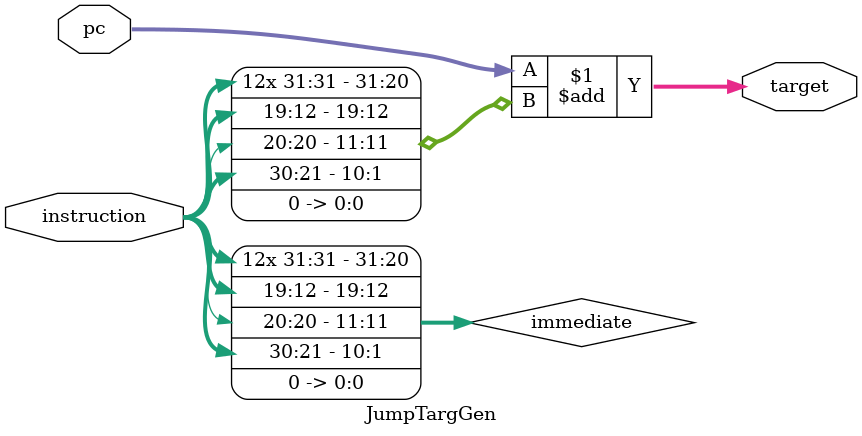
<source format=v>
`ifndef __JumpTargGen__
`define __JumpTargGen__

module JumpTargGen (
    pc,
    instruction,
    target
);
    input wire [31:0] pc;
    input wire [31:0] instruction;
    output wire [31:0] target;

    wire [31:0] immediate;
    assign immediate = {
        instruction[31],
        instruction[31],
        instruction[31],
        instruction[31],
        instruction[31],
        instruction[31],
        instruction[31],
        instruction[31],
        instruction[31],
        instruction[31],
        instruction[31],
        instruction[31],
        instruction[19:12],
        instruction[20],
        instruction[30:25],
        instruction[24:21],
        1'b0
    };

    assign target = pc + immediate;

endmodule

`endif

</source>
